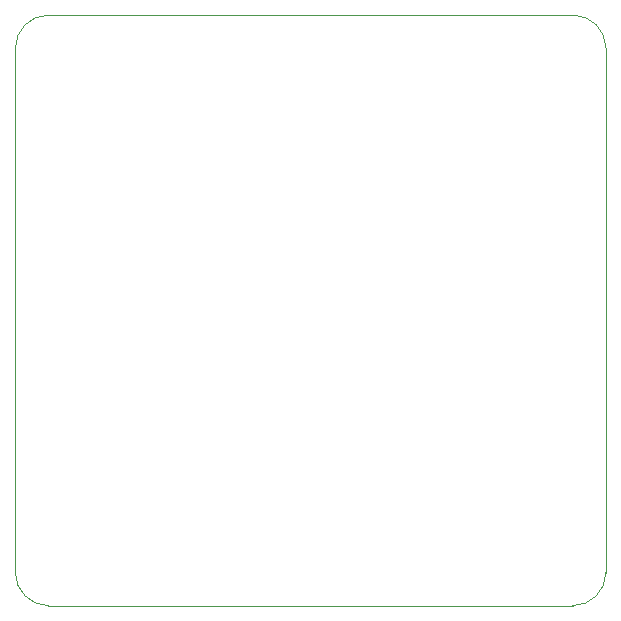
<source format=gm1>
G04 #@! TF.GenerationSoftware,KiCad,Pcbnew,7.0.9*
G04 #@! TF.CreationDate,2024-07-05T17:08:17+09:00*
G04 #@! TF.ProjectId,YAMADAmain_correct,59414d41-4441-46d6-9169-6e5f636f7272,rev?*
G04 #@! TF.SameCoordinates,Original*
G04 #@! TF.FileFunction,Profile,NP*
%FSLAX46Y46*%
G04 Gerber Fmt 4.6, Leading zero omitted, Abs format (unit mm)*
G04 Created by KiCad (PCBNEW 7.0.9) date 2024-07-05 17:08:17*
%MOMM*%
%LPD*%
G01*
G04 APERTURE LIST*
G04 #@! TA.AperFunction,Profile*
%ADD10C,0.100000*%
G04 #@! TD*
G04 APERTURE END LIST*
D10*
X160560000Y-117460000D02*
G75*
G03*
X163360000Y-114660000I0J2800000D01*
G01*
X163360000Y-70260000D02*
X163360000Y-114660000D01*
X116160000Y-67460000D02*
X160560000Y-67460000D01*
X113360000Y-114660000D02*
X113360000Y-70260000D01*
X116160000Y-67460000D02*
G75*
G03*
X113360000Y-70260000I0J-2800000D01*
G01*
X113360000Y-114660000D02*
G75*
G03*
X116160000Y-117460000I2800000J0D01*
G01*
X163360000Y-70260000D02*
G75*
G03*
X160560000Y-67460000I-2800000J0D01*
G01*
X160560000Y-117460000D02*
X116160000Y-117460000D01*
M02*

</source>
